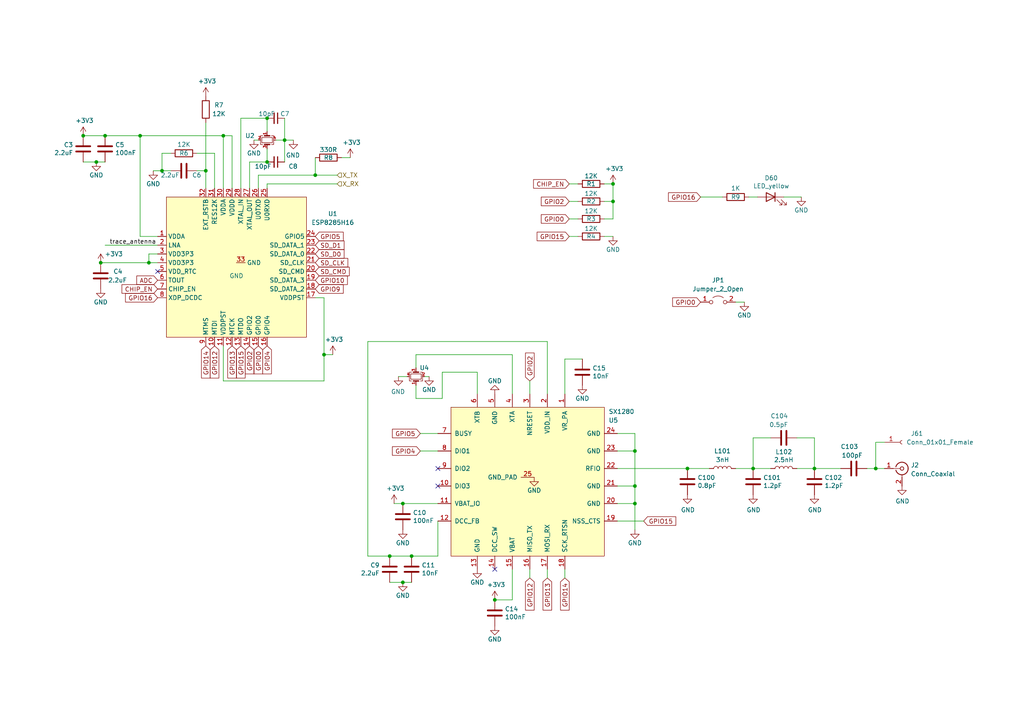
<source format=kicad_sch>
(kicad_sch (version 20211123) (generator eeschema)
  (paper "A4")
  (title_block (title "spin-tgd-control") (date "2022-05-12") (rev "V2.0.0") (company "Team Alfredo"))
  (lib_symbols
    (symbol "AlfredoSymbols:ESP8285H16"
      (property "Reference" "U" (at 13.97 24.13 0))
      (property "Value" "ESP8285H16" (at 19.05 21.59 0))
      (symbol "ESP8285H16_0_1"
        (rectangle (start -20.32 20.32) (end 20.32 -20.32) (fill (type background)))
      )
      (symbol "ESP8285H16_1_1"
        (pin input line (at -22.86 8.89 0) (length 2.54) (name "VDDA") (number "1"))
        (pin input line (at -6.35 -22.86 90) (length 2.54) (name "MTDI") (number "10"))
        (pin input line (at -3.81 -22.86 90) (length 2.54) (name "VDDPST") (number "11"))
        (pin input line (at -1.27 -22.86 90) (length 2.54) (name "MTCK") (number "12"))
        (pin input line (at 1.27 -22.86 90) (length 2.54) (name "MTDO") (number "13"))
        (pin input line (at 3.81 -22.86 90) (length 2.54) (name "GPIO2") (number "14"))
        (pin input line (at 6.35 -22.86 90) (length 2.54) (name "GPIO0") (number "15"))
        (pin input line (at 8.89 -22.86 90) (length 2.54) (name "GPIO4") (number "16"))
        (pin input line (at 22.86 -8.89 180) (length 2.54) (name "VDDPST") (number "17"))
        (pin input line (at 22.86 -6.35 180) (length 2.54) (name "SD_DATA_2") (number "18"))
        (pin input line (at 22.86 -3.81 180) (length 2.54) (name "SD_DATA_3") (number "19"))
        (pin input line (at -22.86 6.35 0) (length 2.54) (name "LNA") (number "2"))
        (pin input line (at 22.86 -1.27 180) (length 2.54) (name "SD_CMD") (number "20"))
        (pin input line (at 22.86 1.27 180) (length 2.54) (name "SD_CLK") (number "21"))
        (pin input line (at 22.86 3.81 180) (length 2.54) (name "SD_DATA_0") (number "22"))
        (pin input line (at 22.86 6.35 180) (length 2.54) (name "SD_DATA_1") (number "23"))
        (pin input line (at 22.86 8.89 180) (length 2.54) (name "GPIO5") (number "24"))
        (pin input line (at 8.89 22.86 270) (length 2.54) (name "U0RXD") (number "25"))
        (pin input line (at 6.35 22.86 270) (length 2.54) (name "U0TXD") (number "26"))
        (pin input line (at 3.81 22.86 270) (length 2.54) (name "XTAL_OUT") (number "27"))
        (pin input line (at 1.27 22.86 270) (length 2.54) (name "XTAL_IN") (number "28"))
        (pin input line (at -1.27 22.86 270) (length 2.54) (name "VDDD") (number "29"))
        (pin input line (at -22.86 3.81 0) (length 2.54) (name "VDD3P3") (number "3"))
        (pin input line (at -3.81 22.86 270) (length 2.54) (name "VDDA") (number "30"))
        (pin input line (at -6.35 22.86 270) (length 2.54) (name "RES12K") (number "31"))
        (pin input line (at -8.89 22.86 270) (length 2.54) (name "EXT_RSTB") (number "32"))
        (pin input line (at 0 1.27 0) (length 2.54) (name "GND") (number "33"))
        (pin input line (at -22.86 1.27 0) (length 2.54) (name "VDD3P3") (number "4"))
        (pin input line (at -22.86 -1.27 0) (length 2.54) (name "VDD_RTC") (number "5"))
        (pin input line (at -22.86 -3.81 0) (length 2.54) (name "TOUT") (number "6"))
        (pin input line (at -22.86 -6.35 0) (length 2.54) (name "CHIP_EN") (number "7"))
        (pin input line (at -22.86 -8.89 0) (length 2.54) (name "XDP_DCDC") (number "8"))
        (pin input line (at -8.89 -22.86 90) (length 2.54) (name "MTMS") (number "9"))
      )
    )
    (symbol "AlfredoSymbols:SX1280" (pin_names (offset 1.016))
      (property "Reference" "U" (at 19.05 21.59 0))
      (property "Value" "SX1280" (at 19.05 24.13 0))
      (symbol "SX1280_0_1"
        (rectangle (start -20.32 20.32) (end 24.13 -22.86) (fill (type background)))
      )
      (symbol "SX1280_1_1"
        (pin output line (at 12.7 24.13 270) (length 3.81) (name "VR_PA") (number "1"))
        (pin bidirectional line (at -24.13 -2.54 0) (length 3.81) (name "DIO3") (number "10"))
        (pin bidirectional line (at -24.13 -7.62 0) (length 3.81) (name "VBAT_IO") (number "11"))
        (pin bidirectional line (at -24.13 -12.7 0) (length 3.81) (name "DCC_FB") (number "12"))
        (pin bidirectional line (at -12.7 -26.67 90) (length 3.81) (name "GND") (number "13"))
        (pin power_in line (at -7.62 -26.67 90) (length 3.81) (name "DCC_SW") (number "14"))
        (pin power_in line (at -2.54 -26.67 90) (length 3.81) (name "VBAT") (number "15"))
        (pin input line (at 2.54 -26.67 90) (length 3.81) (name "MISO_TX") (number "16"))
        (pin output line (at 7.62 -26.67 90) (length 3.81) (name "MOSI_RX") (number "17"))
        (pin input line (at 12.7 -26.67 90) (length 3.81) (name "SCK_RTSN") (number "18"))
        (pin input line (at 27.94 -12.7 180) (length 3.81) (name "NSS_CTS") (number "19"))
        (pin power_in line (at 7.62 24.13 270) (length 3.81) (name "VDD_IN") (number "2"))
        (pin output line (at 27.94 -7.62 180) (length 3.81) (name "GND") (number "20"))
        (pin output line (at 27.94 -2.54 180) (length 3.81) (name "GND") (number "21"))
        (pin input line (at 27.94 2.54 180) (length 3.81) (name "RFIO") (number "22"))
        (pin power_in line (at 27.94 7.62 180) (length 3.81) (name "GND") (number "23"))
        (pin power_in line (at 27.94 12.7 180) (length 3.81) (name "GND") (number "24"))
        (pin power_in line (at 3.81 0 180) (length 3.81) (name "GND_PAD") (number "25"))
        (pin power_in line (at 2.54 24.13 270) (length 3.81) (name "NRESET") (number "3"))
        (pin power_in line (at -2.54 24.13 270) (length 3.81) (name "XTA") (number "4"))
        (pin bidirectional line (at -7.62 24.13 270) (length 3.81) (name "GND") (number "5"))
        (pin bidirectional line (at -12.7 24.13 270) (length 3.81) (name "XTB") (number "6"))
        (pin input line (at -24.13 12.7 0) (length 3.81) (name "BUSY") (number "7"))
        (pin bidirectional line (at -24.13 7.62 0) (length 3.81) (name "DIO1") (number "8"))
        (pin bidirectional line (at -24.13 2.54 0) (length 3.81) (name "DIO2") (number "9"))
      )
    )
    (symbol "Connector:Conn_01x01_Female" (pin_names (offset 1.016) hide)
      (property "Reference" "J" (at 0 2.54 0))
      (property "Value" "Conn_01x01_Female" (at 0 -2.54 0))
      (symbol "Conn_01x01_Female_1_1"
        (polyline (pts (xy -1.27 0) (xy -0.508 0)) (stroke (width 0.1524)))
        (arc (start 0 0.508) (mid -0.508 0) (end 0 -0.508) (stroke (width 0.1524)))
        (pin passive line (at -5.08 0 0) (length 3.81) (name "Pin_1") (number "1"))
      )
    )
    (symbol "Connector:Conn_Coaxial" (pin_names (offset 1.016) hide)
      (property "Reference" "J" (at 0.254 3.048 0))
      (property "Value" "Conn_Coaxial" (at 2.921 0 90))
      (symbol "Conn_Coaxial_0_1"
        (arc (start -1.778 -0.508) (mid 0.2311 -1.8066) (end 1.778 0) (stroke (width 0.254)))
        (polyline (pts (xy -2.54 0) (xy -0.508 0)))
        (polyline (pts (xy 0 -2.54) (xy 0 -1.778)))
        (circle (center 0 0) (radius 0.508) (stroke (width 0.2032)))
        (arc (start 1.778 0) (mid 0.2099 1.8101) (end -1.778 0.508) (stroke (width 0.254)))
      )
      (symbol "Conn_Coaxial_1_1"
        (pin passive line (at -5.08 0 0) (length 2.54) (name "In") (number "1"))
        (pin passive line (at 0 -5.08 90) (length 2.54) (name "Ext") (number "2"))
      )
    )
    (symbol "Device:C" (pin_numbers hide) (pin_names (offset 0.254))
      (property "Reference" "C" (at 0.635 2.54 0))
      (property "Value" "C" (at 0.635 -2.54 0))
      (symbol "C_0_1"
        (polyline (pts (xy -2.032 -0.762) (xy 2.032 -0.762)) (stroke (width 0.508)))
        (polyline (pts (xy -2.032 0.762) (xy 2.032 0.762)) (stroke (width 0.508)))
      )
      (symbol "C_1_1"
        (pin passive line (at 0 3.81 270) (length 2.794) (name "~") (number "1"))
        (pin passive line (at 0 -3.81 90) (length 2.794) (name "~") (number "2"))
      )
    )
    (symbol "Device:C_Small" (pin_numbers hide) (pin_names (offset 0.254) hide)
      (property "Reference" "C" (at 0.254 1.778 0))
      (property "Value" "C_Small" (at 0.254 -2.032 0))
      (symbol "C_Small_0_1"
        (polyline (pts (xy -1.524 -0.508) (xy 1.524 -0.508)) (stroke (width 0.3302)))
        (polyline (pts (xy -1.524 0.508) (xy 1.524 0.508)) (stroke (width 0.3048)))
      )
      (symbol "C_Small_1_1"
        (pin passive line (at 0 2.54 270) (length 2.032) (name "~") (number "1"))
        (pin passive line (at 0 -2.54 90) (length 2.032) (name "~") (number "2"))
      )
    )
    (symbol "Device:Crystal_GND24_Small" (pin_names (offset 1.016) hide)
      (property "Reference" "Y" (at 1.27 4.445 0))
      (property "Value" "Crystal_GND24_Small" (at 1.27 2.54 0))
      (symbol "Crystal_GND24_Small_0_1"
        (rectangle (start -0.762 -1.524) (end 0.762 1.524))
        (polyline (pts (xy -1.27 -0.762) (xy -1.27 0.762)) (stroke (width 0.381)))
        (polyline (pts (xy 1.27 -0.762) (xy 1.27 0.762)) (stroke (width 0.381)))
        (polyline (pts (xy -1.27 -1.27) (xy -1.27 -1.905) (xy 1.27 -1.905) (xy 1.27 -1.27)))
        (polyline (pts (xy -1.27 1.27) (xy -1.27 1.905) (xy 1.27 1.905) (xy 1.27 1.27)))
      )
      (symbol "Crystal_GND24_Small_1_1"
        (pin passive line (at -2.54 0 0) (length 1.27) (name "1") (number "1"))
        (pin passive line (at 0 -2.54 90) (length 0.635) (name "2") (number "2"))
        (pin passive line (at 2.54 0 180) (length 1.27) (name "3") (number "3"))
        (pin passive line (at 0 2.54 270) (length 0.635) (name "4") (number "4"))
      )
    )
    (symbol "Device:L" (pin_numbers hide) (pin_names (offset 1.016) hide)
      (property "Reference" "L" (at -1.27 0 90))
      (property "Value" "L" (at 1.905 0 90))
      (symbol "L_0_1"
        (arc (start 0 -2.54) (mid 0.635 -1.905) (end 0 -1.27))
        (arc (start 0 -1.27) (mid 0.635 -0.635) (end 0 0))
        (arc (start 0 0) (mid 0.635 0.635) (end 0 1.27))
        (arc (start 0 1.27) (mid 0.635 1.905) (end 0 2.54))
      )
      (symbol "L_1_1"
        (pin passive line (at 0 3.81 270) (length 1.27) (name "1") (number "1"))
        (pin passive line (at 0 -3.81 90) (length 1.27) (name "2") (number "2"))
      )
    )
    (symbol "Device:LED" (pin_numbers hide) (pin_names (offset 1.016) hide)
      (property "Reference" "D" (at 0 2.54 0))
      (property "Value" "LED" (at 0 -2.54 0))
      (symbol "LED_0_1"
        (polyline (pts (xy -1.27 -1.27) (xy -1.27 1.27)) (stroke (width 0.254)))
        (polyline (pts (xy -1.27 0) (xy 1.27 0)))
        (polyline (pts (xy 1.27 -1.27) (xy 1.27 1.27) (xy -1.27 0) (xy 1.27 -1.27)) (stroke (width 0.254)))
        (polyline (pts (xy -3.048 -0.762) (xy -4.572 -2.286) (xy -3.81 -2.286) (xy -4.572 -2.286) (xy -4.572 -1.524)))
        (polyline (pts (xy -1.778 -0.762) (xy -3.302 -2.286) (xy -2.54 -2.286) (xy -3.302 -2.286) (xy -3.302 -1.524)))
      )
      (symbol "LED_1_1"
        (pin passive line (at -3.81 0 0) (length 2.54) (name "K") (number "1"))
        (pin passive line (at 3.81 0 180) (length 2.54) (name "A") (number "2"))
      )
    )
    (symbol "Device:R" (pin_numbers hide) (pin_names (offset 0))
      (property "Reference" "R" (at 2.032 0 90))
      (property "Value" "R" (at 0 0 90))
      (symbol "R_0_1"
        (rectangle (start -1.016 -2.54) (end 1.016 2.54) (stroke (width 0.254)))
      )
      (symbol "R_1_1"
        (pin passive line (at 0 3.81 270) (length 1.27) (name "~") (number "1"))
        (pin passive line (at 0 -3.81 90) (length 1.27) (name "~") (number "2"))
      )
    )
    (symbol "Jumper:Jumper_2_Open" (pin_names (offset 0) hide)
      (property "Reference" "JP" (at 0 2.794 0))
      (property "Value" "Jumper_2_Open" (at 0 -2.286 0))
      (symbol "Jumper_2_Open_0_0"
        (circle (center -2.032 0) (radius 0.508))
        (circle (center 2.032 0) (radius 0.508))
      )
      (symbol "Jumper_2_Open_0_1"
        (arc (start 1.524 1.27) (mid 0 1.778) (end -1.524 1.27))
      )
      (symbol "Jumper_2_Open_1_1"
        (pin passive line (at -5.08 0 0) (length 2.54) (name "A") (number "1"))
        (pin passive line (at 5.08 0 180) (length 2.54) (name "B") (number "2"))
      )
    )
    (symbol "power:+3V3" (power) (pin_names (offset 0))
      (property "Value" "+3V3" (at 0 3.556 0))
      (symbol "+3V3_0_1"
        (polyline (pts (xy -0.762 1.27) (xy 0 2.54)))
        (polyline (pts (xy 0 0) (xy 0 2.54)))
        (polyline (pts (xy 0 2.54) (xy 0.762 1.27)))
      )
      (symbol "+3V3_1_1"
        (pin power_in line (at 0 0 90) (length 0) hide (name "+3V3") (number "1"))
      )
    )
    (symbol "power:GND" (power) (pin_names (offset 0))
      (property "Value" "GND" (at 0 -3.81 0))
      (symbol "GND_0_1"
        (polyline (pts (xy 0 0) (xy 0 -1.27) (xy 1.27 -1.27) (xy 0 -2.54) (xy -1.27 -1.27) (xy 0 -1.27)))
      )
      (symbol "GND_1_1"
        (pin power_in line (at 0 0 270) (length 0) hide (name "GND") (number "1"))
      )
    )
  )
  (junction (at 40.64 39.37))
  (junction (at 93.98 102.87))
  (junction (at 30.48 39.37))
  (junction (at 24.13 39.37))
  (junction (at 119.38 161.29))
  (junction (at 59.69 49.53))
  (junction (at 116.84 146.05))
  (junction (at 64.77 39.37))
  (junction (at 27.94 46.99))
  (junction (at 236.22 135.89))
  (junction (at 46.99 49.53))
  (junction (at 177.8 53.34))
  (junction (at 199.39 135.89))
  (junction (at 218.44 135.89))
  (junction (at 254 135.89))
  (junction (at 184.15 140.97))
  (junction (at 113.03 161.29))
  (junction (at 29.21 76.2))
  (junction (at 143.51 173.99))
  (junction (at 91.44 50.8))
  (junction (at 77.47 46.99))
  (junction (at 82.55 40.64))
  (junction (at 116.84 168.91))
  (junction (at 43.18 76.2))
  (junction (at 177.8 58.42))
  (junction (at 184.15 146.05))
  (junction (at 77.47 34.29))
  (junction (at 184.15 130.81))
  (no_connect (at 45.72 78.74))
  (no_connect (at 143.51 165.1))
  (no_connect (at 127 140.97))
  (no_connect (at 127 135.89))
  (wire (pts (xy 148.59 114.3) (xy 148.59 102.87)))
  (wire (pts (xy 184.15 130.81) (xy 184.15 125.73)))
  (wire (pts (xy 57.15 44.45) (xy 62.23 44.45)))
  (wire (pts (xy 57.15 49.53) (xy 59.69 49.53)))
  (wire (pts (xy 91.44 45.72) (xy 91.44 50.8)))
  (wire (pts (xy 106.68 161.29) (xy 113.03 161.29)))
  (wire (pts (xy 175.26 58.42) (xy 177.8 58.42)))
  (wire (pts (xy 254 135.89) (xy 256.54 135.89)))
  (wire (pts (xy 179.07 140.97) (xy 184.15 140.97)))
  (wire (pts (xy 179.07 135.89) (xy 199.39 135.89)))
  (wire (pts (xy 179.07 146.05) (xy 184.15 146.05)))
  (wire (pts (xy 69.85 34.29) (xy 77.47 34.29)))
  (wire (pts (xy 128.27 107.95) (xy 138.43 107.95)))
  (wire (pts (xy 179.07 130.81) (xy 184.15 130.81)))
  (wire (pts (xy 72.39 46.99) (xy 72.39 54.61)))
  (wire (pts (xy 163.83 165.1) (xy 163.83 167.64)))
  (wire (pts (xy 97.79 50.8) (xy 91.44 50.8)))
  (wire (pts (xy 46.99 44.45) (xy 49.53 44.45)))
  (wire (pts (xy 99.06 45.72) (xy 101.6 45.72)))
  (wire (pts (xy 184.15 125.73) (xy 179.07 125.73)))
  (wire (pts (xy 43.18 76.2) (xy 43.18 73.66)))
  (wire (pts (xy 27.94 46.99) (xy 30.48 46.99)))
  (wire (pts (xy 236.22 135.89) (xy 243.84 135.89)))
  (wire (pts (xy 59.69 35.56) (xy 59.69 49.53)))
  (wire (pts (xy 199.39 135.89) (xy 205.74 135.89)))
  (wire (pts (xy 231.14 135.89) (xy 236.22 135.89)))
  (wire (pts (xy 45.72 68.58) (xy 40.64 68.58)))
  (wire (pts (xy 121.92 125.73) (xy 127 125.73)))
  (wire (pts (xy 64.77 110.49) (xy 93.98 110.49)))
  (wire (pts (xy 46.99 44.45) (xy 46.99 49.53)))
  (wire (pts (xy 218.44 135.89) (xy 223.52 135.89)))
  (wire (pts (xy 30.48 71.12) (xy 45.72 71.12)))
  (wire (pts (xy 138.43 107.95) (xy 138.43 114.3)))
  (wire (pts (xy 115.57 109.22) (xy 118.11 109.22)))
  (wire (pts (xy 153.67 110.49) (xy 153.67 114.3)))
  (wire (pts (xy 148.59 102.87) (xy 120.65 102.87)))
  (wire (pts (xy 82.55 34.29) (xy 82.55 40.64)))
  (wire (pts (xy 106.68 161.29) (xy 106.68 99.06)))
  (wire (pts (xy 74.93 50.8) (xy 74.93 54.61)))
  (wire (pts (xy 73.66 40.64) (xy 74.93 40.64)))
  (wire (pts (xy 128.27 115.57) (xy 128.27 107.95)))
  (wire (pts (xy 213.36 135.89) (xy 218.44 135.89)))
  (wire (pts (xy 223.52 127) (xy 218.44 127)))
  (wire (pts (xy 116.84 146.05) (xy 127 146.05)))
  (wire (pts (xy 177.8 53.34) (xy 177.8 58.42)))
  (wire (pts (xy 128.27 115.57) (xy 120.65 115.57)))
  (wire (pts (xy 121.92 130.81) (xy 127 130.81)))
  (wire (pts (xy 43.18 73.66) (xy 45.72 73.66)))
  (wire (pts (xy 120.65 115.57) (xy 120.65 111.76)))
  (wire (pts (xy 77.47 43.18) (xy 77.47 46.99)))
  (wire (pts (xy 93.98 102.87) (xy 96.52 102.87)))
  (wire (pts (xy 163.83 104.14) (xy 168.91 104.14)))
  (wire (pts (xy 116.84 168.91) (xy 119.38 168.91)))
  (wire (pts (xy 77.47 34.29) (xy 77.47 38.1)))
  (wire (pts (xy 49.53 49.53) (xy 46.99 49.53)))
  (wire (pts (xy 106.68 99.06) (xy 158.75 99.06)))
  (wire (pts (xy 177.8 58.42) (xy 177.8 63.5)))
  (wire (pts (xy 236.22 135.89) (xy 236.22 127)))
  (wire (pts (xy 148.59 173.99) (xy 148.59 165.1)))
  (wire (pts (xy 82.55 40.64) (xy 85.09 40.64)))
  (wire (pts (xy 80.01 40.64) (xy 82.55 40.64)))
  (wire (pts (xy 124.46 109.22) (xy 123.19 109.22)))
  (wire (pts (xy 44.45 49.53) (xy 46.99 49.53)))
  (wire (pts (xy 64.77 39.37) (xy 64.77 54.61)))
  (wire (pts (xy 113.03 161.29) (xy 119.38 161.29)))
  (wire (pts (xy 165.1 68.58) (xy 167.64 68.58)))
  (wire (pts (xy 184.15 146.05) (xy 184.15 140.97)))
  (wire (pts (xy 62.23 44.45) (xy 62.23 54.61)))
  (wire (pts (xy 153.67 165.1) (xy 153.67 167.64)))
  (wire (pts (xy 93.98 86.36) (xy 91.44 86.36)))
  (wire (pts (xy 165.1 53.34) (xy 167.64 53.34)))
  (wire (pts (xy 236.22 127) (xy 231.14 127)))
  (wire (pts (xy 30.48 39.37) (xy 40.64 39.37)))
  (wire (pts (xy 175.26 53.34) (xy 177.8 53.34)))
  (wire (pts (xy 40.64 68.58) (xy 40.64 39.37)))
  (wire (pts (xy 77.47 46.99) (xy 72.39 46.99)))
  (wire (pts (xy 29.21 76.2) (xy 43.18 76.2)))
  (wire (pts (xy 254 128.27) (xy 256.54 128.27)))
  (wire (pts (xy 158.75 99.06) (xy 158.75 114.3)))
  (wire (pts (xy 69.85 34.29) (xy 69.85 54.61)))
  (wire (pts (xy 82.55 40.64) (xy 82.55 46.99)))
  (wire (pts (xy 120.65 106.68) (xy 120.65 102.87)))
  (wire (pts (xy 179.07 151.13) (xy 186.69 151.13)))
  (wire (pts (xy 217.17 57.15) (xy 219.71 57.15)))
  (wire (pts (xy 127 151.13) (xy 127 161.29)))
  (wire (pts (xy 40.64 39.37) (xy 64.77 39.37)))
  (wire (pts (xy 165.1 63.5) (xy 167.64 63.5)))
  (wire (pts (xy 64.77 100.33) (xy 64.77 110.49)))
  (wire (pts (xy 119.38 161.29) (xy 127 161.29)))
  (wire (pts (xy 24.13 39.37) (xy 30.48 39.37)))
  (wire (pts (xy 158.75 165.1) (xy 158.75 167.64)))
  (wire (pts (xy 59.69 49.53) (xy 59.69 54.61)))
  (wire (pts (xy 77.47 53.34) (xy 97.79 53.34)))
  (wire (pts (xy 251.46 135.89) (xy 254 135.89)))
  (wire (pts (xy 93.98 102.87) (xy 93.98 86.36)))
  (wire (pts (xy 91.44 50.8) (xy 74.93 50.8)))
  (wire (pts (xy 184.15 140.97) (xy 184.15 130.81)))
  (wire (pts (xy 143.51 173.99) (xy 148.59 173.99)))
  (wire (pts (xy 184.15 153.67) (xy 184.15 146.05)))
  (wire (pts (xy 64.77 39.37) (xy 67.31 39.37)))
  (wire (pts (xy 67.31 54.61) (xy 67.31 39.37)))
  (wire (pts (xy 45.72 76.2) (xy 43.18 76.2)))
  (wire (pts (xy 93.98 110.49) (xy 93.98 102.87)))
  (wire (pts (xy 218.44 127) (xy 218.44 135.89)))
  (wire (pts (xy 114.3 146.05) (xy 116.84 146.05)))
  (wire (pts (xy 203.2 57.15) (xy 209.55 57.15)))
  (wire (pts (xy 227.33 57.15) (xy 232.41 57.15)))
  (wire (pts (xy 77.47 54.61) (xy 77.47 53.34)))
  (wire (pts (xy 254 135.89) (xy 254 128.27)))
  (wire (pts (xy 175.26 68.58) (xy 177.8 68.58)))
  (wire (pts (xy 213.36 87.63) (xy 215.9 87.63)))
  (wire (pts (xy 24.13 46.99) (xy 27.94 46.99)))
  (wire (pts (xy 113.03 168.91) (xy 116.84 168.91)))
  (wire (pts (xy 163.83 114.3) (xy 163.83 104.14)))
  (wire (pts (xy 175.26 63.5) (xy 177.8 63.5)))
  (wire (pts (xy 165.1 58.42) (xy 167.64 58.42)))
  (label "trace_antenna" (at 31.75 71.12 0))
  (global_label "GPIO5" (shape input) (at 121.92 125.73 180) (property "Intersheet References" "${INTERSHEET_REFS}" (effects hide)))
  (global_label "GPIO0" (shape input) (at 74.93 100.33 270) (property "Intersheet References" "${INTERSHEET_REFS}" (effects hide)))
  (global_label "GPIO13" (shape input) (at 158.75 167.64 270) (property "Intersheet References" "${INTERSHEET_REFS}" (effects hide)))
  (global_label "ADC" (shape input) (at 45.72 81.28 180) (property "Intersheet References" "${INTERSHEET_REFS}" (effects hide)))
  (global_label "GPIO4" (shape input) (at 77.47 100.33 270) (property "Intersheet References" "${INTERSHEET_REFS}" (effects hide)))
  (global_label "CHIP_EN" (shape input) (at 45.72 83.82 180) (property "Intersheet References" "${INTERSHEET_REFS}" (effects hide)))
  (global_label "GPIO4" (shape input) (at 121.92 130.81 180) (property "Intersheet References" "${INTERSHEET_REFS}" (effects hide)))
  (global_label "GPIO12" (shape input) (at 153.67 167.64 270) (property "Intersheet References" "${INTERSHEET_REFS}" (effects hide)))
  (global_label "GPIO10" (shape input) (at 91.44 81.28 0) (property "Intersheet References" "${INTERSHEET_REFS}" (effects hide)))
  (global_label "GPIO2" (shape input) (at 165.1 58.42 180) (property "Intersheet References" "${INTERSHEET_REFS}" (effects hide)))
  (global_label "SD_CMD" (shape input) (at 91.44 78.74 0) (property "Intersheet References" "${INTERSHEET_REFS}" (effects hide)))
  (global_label "SD_D0" (shape input) (at 91.44 73.66 0) (property "Intersheet References" "${INTERSHEET_REFS}" (effects hide)))
  (global_label "CHIP_EN" (shape input) (at 165.1 53.34 180) (property "Intersheet References" "${INTERSHEET_REFS}" (effects hide)))
  (global_label "GPIO16" (shape input) (at 203.2 57.15 180) (property "Intersheet References" "${INTERSHEET_REFS}" (effects hide)))
  (global_label "GPIO15" (shape input) (at 69.85 100.33 270) (property "Intersheet References" "${INTERSHEET_REFS}" (effects hide)))
  (global_label "GPIO14" (shape input) (at 163.83 167.64 270) (property "Intersheet References" "${INTERSHEET_REFS}" (effects hide)))
  (global_label "GPIO2" (shape input) (at 153.67 110.49 90) (property "Intersheet References" "${INTERSHEET_REFS}" (effects hide)))
  (global_label "GPIO14" (shape input) (at 59.69 100.33 270) (property "Intersheet References" "${INTERSHEET_REFS}" (effects hide)))
  (global_label "GPIO16" (shape input) (at 45.72 86.36 180) (property "Intersheet References" "${INTERSHEET_REFS}" (effects hide)))
  (global_label "GPIO5" (shape input) (at 91.44 68.58 0) (property "Intersheet References" "${INTERSHEET_REFS}" (effects hide)))
  (global_label "GPIO2" (shape input) (at 72.39 100.33 270) (property "Intersheet References" "${INTERSHEET_REFS}" (effects hide)))
  (global_label "SD_D1" (shape input) (at 91.44 71.12 0) (property "Intersheet References" "${INTERSHEET_REFS}" (effects hide)))
  (global_label "GPIO0" (shape input) (at 165.1 63.5 180) (property "Intersheet References" "${INTERSHEET_REFS}" (effects hide)))
  (global_label "GPIO15" (shape input) (at 186.69 151.13 0) (property "Intersheet References" "${INTERSHEET_REFS}" (effects hide)))
  (global_label "SD_CLK" (shape input) (at 91.44 76.2 0) (property "Intersheet References" "${INTERSHEET_REFS}" (effects hide)))
  (global_label "GPIO9" (shape input) (at 91.44 83.82 0) (property "Intersheet References" "${INTERSHEET_REFS}" (effects hide)))
  (global_label "GPIO12" (shape input) (at 62.23 100.33 270) (property "Intersheet References" "${INTERSHEET_REFS}" (effects hide)))
  (global_label "GPIO13" (shape input) (at 67.31 100.33 270) (property "Intersheet References" "${INTERSHEET_REFS}" (effects hide)))
  (global_label "GPIO0" (shape input) (at 203.2 87.63 180) (property "Intersheet References" "${INTERSHEET_REFS}" (effects hide)))
  (global_label "GPIO15" (shape input) (at 165.1 68.58 180) (property "Intersheet References" "${INTERSHEET_REFS}" (effects hide)))
  (hierarchical_label "X_TX" (shape input) (at 97.79 50.8 0))
  (hierarchical_label "X_RX" (shape input) (at 97.79 53.34 0))
  (symbol (lib_id "power:GND") (at 73.66 40.64 0) (unit 1)
    (property "Reference" "#PWR0111" (effects hide))
    (property "Value" "GND" (at 73.66 44.45 0))
  )
  (symbol (lib_id "AlfredoSymbols:SX1280") (at 151.13 138.43 0) (unit 1)
    (property "Reference" "U5" (at 176.53 121.92 0) (effects (justify left)))
    (property "Value" "SX1280" (at 176.53 119.38 0) (effects (justify left)))
    (property "Footprint" "Package_DFN_QFN:QFN-24-1EP_4x4mm_P0.5mm_EP2.65x2.65mm" (effects hide))
    (property "Datasheet" "https://lcsc.com/product-detail/RF-Transceiver-ICs_SEMTECH-SX1280IMLTRT_C125969.html" (effects hide))
    (property "LCSC" "C125969" (effects hide))
  )
  (symbol (lib_id "Device:R") (at 171.45 53.34 90) (mirror x) (unit 1)
    (property "Reference" "R1" (at 171.45 53.34 90))
    (property "Value" "12K" (at 171.45 51.054 90))
    (property "Footprint" "Resistor_SMD:R_0603_1608Metric_Pad0.98x0.95mm_HandSolder" (effects hide))
    (property "Datasheet" "https://lcsc.com/product-detail/Chip-Resistor---Surface-Mount_UNI-ROYALUniroyal-Elec-UNI-ROYALUniroyal-Elec-0402WGF1001TCE_C11702.html" (effects hide))
    (property "LCSC" "C11702" (effects hide))
  )
  (symbol (lib_id "Device:C") (at 116.84 149.86 0) (unit 1)
    (property "Reference" "C10" (at 119.761 148.6916 0) (effects (justify left)))
    (property "Value" "100nF" (at 119.761 151.003 0) (effects (justify left)))
    (property "Footprint" "Capacitor_SMD:C_0603_1608Metric" (effects hide))
    (property "Datasheet" "https://lcsc.com/product-detail/Multilayer-Ceramic-Capacitors-MLCC---SMD-SMT_Samsung-Electro-Mechanics-Samsung-Electro-Mechanics-CL05B104KB54PNC_C307331.html" (effects hide))
    (property "LCSC" "C307331" (effects hide))
  )
  (symbol (lib_id "power:+3V3") (at 143.51 173.99 0) (unit 1)
    (property "Reference" "#PWR0131" (effects hide))
    (property "Value" "+3V3" (at 143.891 169.5958 0))
  )
  (symbol (lib_id "power:GND") (at 116.84 168.91 0) (unit 1)
    (property "Reference" "#PWR0135" (effects hide))
    (property "Value" "GND" (at 116.84 172.72 0))
  )
  (symbol (lib_id "power:GND") (at 232.41 57.15 0) (unit 1)
    (property "Reference" "#PWR0118" (effects hide))
    (property "Value" "GND" (at 232.41 60.96 0))
  )
  (symbol (lib_id "power:GND") (at 215.9 87.63 0) (unit 1)
    (property "Reference" "#PWR0116" (effects hide))
    (property "Value" "GND" (at 215.9 91.44 0))
  )
  (symbol (lib_id "Device:R") (at 53.34 44.45 90) (mirror x) (unit 1)
    (property "Reference" "R6" (at 53.34 44.45 90))
    (property "Value" "12K" (at 53.34 41.91 90))
    (property "Footprint" "Resistor_SMD:R_0603_1608Metric_Pad0.98x0.95mm_HandSolder" (effects hide))
    (property "Datasheet" "https://lcsc.com/product-detail/Chip-Resistor---Surface-Mount_UNI-ROYALUniroyal-Elec-UNI-ROYALUniroyal-Elec-0402WGF1001TCE_C11702.html" (effects hide))
    (property "LCSC" "C11702" (effects hide))
  )
  (symbol (lib_id "power:GND") (at 115.57 109.22 0) (mirror y) (unit 1)
    (property "Reference" "#PWR0134" (effects hide))
    (property "Value" "GND" (at 115.443 113.6142 0))
  )
  (symbol (lib_id "Device:C") (at 24.13 43.18 0) (mirror y) (unit 1)
    (property "Reference" "C3" (at 21.209 42.0116 0) (effects (justify left)))
    (property "Value" "2.2uF" (at 21.209 44.323 0) (effects (justify left)))
    (property "Footprint" "Capacitor_SMD:C_0603_1608Metric" (effects hide))
    (property "Datasheet" "https://lcsc.com/product-detail/Multilayer-Ceramic-Capacitors-MLCC---SMD-SMT_Samsung-Electro-Mechanics-Samsung-Electro-Mechanics-CL05A225MQ5NSNC_C12530.html" (effects hide))
    (property "LCSC" "C12530" (effects hide))
  )
  (symbol (lib_id "power:GND") (at 236.22 143.51 0) (unit 1)
    (property "Reference" "#PWR0124" (effects hide))
    (property "Value" "GND" (at 236.347 147.9042 0))
  )
  (symbol (lib_id "Device:C") (at 119.38 165.1 0) (unit 1)
    (property "Reference" "C11" (at 122.301 163.9316 0) (effects (justify left)))
    (property "Value" "10nF" (at 122.301 166.243 0) (effects (justify left)))
    (property "Footprint" "Capacitor_SMD:C_0603_1608Metric" (effects hide))
    (property "Datasheet" "https://lcsc.com/product-detail/Multilayer-Ceramic-Capacitors-MLCC---SMD-SMT_Samsung-Electro-Mechanics-Samsung-Electro-Mechanics-CL05B103KB5NNNC_C15195.html" (effects hide))
    (property "LCSC" "C15195" (effects hide))
  )
  (symbol (lib_id "Device:C") (at 236.22 139.7 0) (unit 1)
    (property "Reference" "C102" (at 239.141 138.5316 0) (effects (justify left)))
    (property "Value" "1.2pF" (at 239.141 140.843 0) (effects (justify left)))
    (property "Footprint" "Capacitor_SMD:C_0603_1608Metric" (effects hide))
    (property "Datasheet" "https://lcsc.com/product-detail/Multilayer-Ceramic-Capacitors-MLCC---SMD-SMT_EYANGShenzhen-Eyang-Tech-Development-EYANGShenzhen-Eyang-Tech-Development-C0402C0G1R2C500NTB_C115613.html" (effects hide))
    (property "LCSC" "C115613" (effects hide))
  )
  (symbol (lib_id "power:GND") (at 261.62 140.97 0) (unit 1)
    (property "Reference" "#PWR0126" (effects hide))
    (property "Value" "GND" (at 261.747 145.3642 0))
  )
  (symbol (lib_id "Device:C") (at 218.44 139.7 0) (unit 1)
    (property "Reference" "C101" (at 221.361 138.5316 0) (effects (justify left)))
    (property "Value" "1.2pF" (at 221.361 140.843 0) (effects (justify left)))
    (property "Footprint" "Capacitor_SMD:C_0603_1608Metric" (effects hide))
    (property "Datasheet" "https://lcsc.com/product-detail/Multilayer-Ceramic-Capacitors-MLCC---SMD-SMT_EYANGShenzhen-Eyang-Tech-Development-EYANGShenzhen-Eyang-Tech-Development-C0402C0G1R2C500NTB_C115613.html" (effects hide))
    (property "LCSC" "C115613" (effects hide))
  )
  (symbol (lib_id "power:GND") (at 68.58 76.2 0) (unit 1)
    (property "Reference" "#PWR0110" (effects hide))
    (property "Value" "GND" (at 68.58 80.01 0))
  )
  (symbol (lib_id "power:GND") (at 177.8 68.58 0) (unit 1)
    (property "Reference" "#PWR0102" (effects hide))
    (property "Value" "GND" (at 177.8 72.39 0))
  )
  (symbol (lib_id "power:+3V3") (at 59.69 27.94 0) (unit 1)
    (property "Reference" "#PWR0113" (effects hide))
    (property "Value" "+3V3" (at 60.071 23.5458 0))
  )
  (symbol (lib_id "Device:R") (at 95.25 45.72 90) (mirror x) (unit 1)
    (property "Reference" "R8" (at 95.25 45.72 90))
    (property "Value" "330R" (at 95.25 43.434 90))
    (property "Footprint" "Resistor_SMD:R_0603_1608Metric_Pad0.98x0.95mm_HandSolder" (effects hide))
    (property "Datasheet" "https://lcsc.com/product-detail/Chip-Resistor---Surface-Mount_UNI-ROYALUniroyal-Elec-UNI-ROYALUniroyal-Elec-0402WGF3300TCE_C25104.html" (effects hide))
    (property "LCSC" "C25104" (effects hide))
  )
  (symbol (lib_id "Device:L") (at 227.33 135.89 90) (unit 1)
    (property "Reference" "L102" (at 227.33 131.064 90))
    (property "Value" "2.5nH" (at 227.33 133.3754 90))
    (property "Footprint" "Inductor_SMD:L_0603_1608Metric" (effects hide))
    (property "Datasheet" "https://lcsc.com/product-detail/Inductors-SMD_Murata-Electronics-Murata-Electronics-LQW15AN2N5B00D_C237342.html" (effects hide))
    (property "LCSC" "C237342" (effects hide))
  )
  (symbol (lib_id "Device:R") (at 213.36 57.15 90) (unit 1)
    (property "Reference" "R9" (at 213.36 57.15 90))
    (property "Value" "1K" (at 213.36 54.61 90))
    (property "Footprint" "Resistor_SMD:R_0603_1608Metric_Pad0.98x0.95mm_HandSolder" (effects hide))
    (property "Datasheet" "https://lcsc.com/product-detail/Chip-Resistor---Surface-Mount_UNI-ROYALUniroyal-Elec-UNI-ROYALUniroyal-Elec-0402WGF1001TCE_C11702.html" (effects hide))
    (property "LCSC" "C11702" (effects hide))
  )
  (symbol (lib_id "Device:C") (at 247.65 135.89 90) (unit 1)
    (property "Reference" "C103" (at 248.92 129.54 90) (effects (justify left)))
    (property "Value" "100pF" (at 250.19 132.08 90) (effects (justify left)))
    (property "Footprint" "Capacitor_SMD:C_0603_1608Metric" (effects hide))
    (property "Datasheet" "https://lcsc.com/product-detail/Multilayer-Ceramic-Capacitors-MLCC---SMD-SMT_FH-Guangdong-Fenghua-Advanced-Tech-FH-Guangdong-Fenghua-Advanced-Tech-0402CG101J500NT_C1546.html" (effects hide))
    (property "LCSC" "C1546" (effects hide))
  )
  (symbol (lib_id "Device:LED") (at 223.52 57.15 0) (mirror y) (unit 1)
    (property "Reference" "D60" (at 223.6978 51.6382 0))
    (property "Value" "LED_yellow" (at 223.6978 53.9496 0))
    (property "Footprint" "LED_SMD:LED_0603_1608Metric" (effects hide))
    (property "Datasheet" "https://lcsc.com/product-detail/Light-Emitting-Diodes-LED_Everlight-Elec-Everlight-Elec-19-213-Y2C-CQ2R2L-3TCY_C72038.html" (effects hide))
    (property "LCSC" "C72038" (effects hide))
  )
  (symbol (lib_id "power:GND") (at 143.51 181.61 0) (unit 1)
    (property "Reference" "#PWR0130" (effects hide))
    (property "Value" "GND" (at 143.51 185.42 0))
  )
  (symbol (lib_id "Device:C") (at 168.91 107.95 0) (unit 1)
    (property "Reference" "C15" (at 171.831 106.7816 0) (effects (justify left)))
    (property "Value" "10nF" (at 171.831 109.093 0) (effects (justify left)))
    (property "Footprint" "Capacitor_SMD:C_0603_1608Metric" (effects hide))
    (property "Datasheet" "https://lcsc.com/product-detail/Multilayer-Ceramic-Capacitors-MLCC---SMD-SMT_Samsung-Electro-Mechanics-Samsung-Electro-Mechanics-CL05B103KB5NNNC_C15195.html" (effects hide))
    (property "LCSC" "C15195" (effects hide))
  )
  (symbol (lib_id "Device:C") (at 227.33 127 90) (unit 1)
    (property "Reference" "C104" (at 228.6 120.65 90) (effects (justify left)))
    (property "Value" "0.5pF" (at 228.6 123.19 90) (effects (justify left)))
    (property "Footprint" "Capacitor_SMD:C_0603_1608Metric" (effects hide))
    (property "Datasheet" "https://lcsc.com/product-detail/Multilayer-Ceramic-Capacitors-MLCC---SMD-SMT_Darfon-Elec-Darfon-Elec-C1005NP0508CGTS_C147327.html" (effects hide))
    (property "LCSC" "C147327" (effects hide))
  )
  (symbol (lib_id "Device:R") (at 171.45 68.58 90) (mirror x) (unit 1)
    (property "Reference" "R4" (at 171.45 68.58 90))
    (property "Value" "12K" (at 171.45 66.294 90))
    (property "Footprint" "Resistor_SMD:R_0603_1608Metric_Pad0.98x0.95mm_HandSolder" (effects hide))
    (property "Datasheet" "https://lcsc.com/product-detail/Chip-Resistor---Surface-Mount_UNI-ROYALUniroyal-Elec-UNI-ROYALUniroyal-Elec-0402WGF1001TCE_C11702.html" (effects hide))
    (property "LCSC" "C11702" (effects hide))
  )
  (symbol (lib_id "power:+3V3") (at 29.21 76.2 0) (unit 1)
    (property "Reference" "#PWR0107" (effects hide))
    (property "Value" "+3V3" (at 33.02 73.66 0))
  )
  (symbol (lib_id "Device:L") (at 209.55 135.89 90) (unit 1)
    (property "Reference" "L101" (at 209.55 130.81 90))
    (property "Value" "3nH" (at 209.55 133.35 90))
    (property "Footprint" "Inductor_SMD:L_0603_1608Metric" (effects hide))
    (property "Datasheet" "https://lcsc.com/product-detail/Inductors-SMD_TDK-TDK-MLG1005S3N0BT000_C275284.html" (effects hide))
    (property "LCSC" "C275284" (effects hide))
  )
  (symbol (lib_id "power:GND") (at 184.15 153.67 0) (unit 1)
    (property "Reference" "#PWR0129" (effects hide))
    (property "Value" "GND" (at 184.15 157.48 0))
  )
  (symbol (lib_id "Device:C") (at 113.03 165.1 0) (mirror y) (unit 1)
    (property "Reference" "C9" (at 110.109 163.9316 0) (effects (justify left)))
    (property "Value" "2.2uF" (at 110.109 166.243 0) (effects (justify left)))
    (property "Footprint" "Capacitor_SMD:C_0603_1608Metric" (effects hide))
    (property "Datasheet" "https://lcsc.com/product-detail/Multilayer-Ceramic-Capacitors-MLCC---SMD-SMT_Samsung-Electro-Mechanics-Samsung-Electro-Mechanics-CL05A225MQ5NSNC_C12530.html" (effects hide))
    (property "LCSC" "C12530" (effects hide))
  )
  (symbol (lib_id "power:GND") (at 199.39 143.51 0) (unit 1)
    (property "Reference" "#PWR0125" (effects hide))
    (property "Value" "GND" (at 199.517 147.9042 0))
  )
  (symbol (lib_id "power:+3V3") (at 177.8 53.34 0) (unit 1)
    (property "Reference" "#PWR0103" (effects hide))
    (property "Value" "+3V3" (at 178.181 48.9458 0))
  )
  (symbol (lib_id "power:GND") (at 44.45 49.53 0) (unit 1)
    (property "Reference" "#PWR0112" (effects hide))
    (property "Value" "GND" (at 44.45 53.34 0))
  )
  (symbol (lib_id "Device:C") (at 30.48 43.18 0) (unit 1)
    (property "Reference" "C5" (at 33.401 42.0116 0) (effects (justify left)))
    (property "Value" "100nF" (at 33.401 44.323 0) (effects (justify left)))
    (property "Footprint" "Capacitor_SMD:C_0603_1608Metric" (effects hide))
    (property "Datasheet" "https://lcsc.com/product-detail/Multilayer-Ceramic-Capacitors-MLCC---SMD-SMT_Samsung-Electro-Mechanics-Samsung-Electro-Mechanics-CL05B104KB54PNC_C307331.html" (effects hide))
    (property "LCSC" "C307331" (effects hide))
  )
  (symbol (lib_id "AlfredoSymbols:ESP8285H16") (at 68.58 77.47 0) (unit 1)
    (property "Reference" "U1" (at 96.52 62.0012 0))
    (property "Value" "ESP8285H16" (at 96.52 64.5412 0))
    (property "Footprint" "Package_DFN_QFN:QFN-32-1EP_5x5mm_P0.5mm_EP3.7x3.7mm" (effects hide))
    (property "Datasheet" "https://lcsc.com/product-detail/RF-Transceiver-ICs_Espressif-Systems-ESP8285H16_C967019.html" (effects hide))
    (property "LCSC" "C967019" (effects hide))
  )
  (symbol (lib_id "Device:C") (at 199.39 139.7 0) (unit 1)
    (property "Reference" "C100" (at 202.311 138.5316 0) (effects (justify left)))
    (property "Value" "0.8pF" (at 202.311 140.843 0) (effects (justify left)))
    (property "Footprint" "Capacitor_SMD:C_0603_1608Metric" (effects hide))
    (property "Datasheet" "https://lcsc.com/product-detail/Multilayer-Ceramic-Capacitors-MLCC---SMD-SMT_EYANGShenzhen-Eyang-Tech-Development-EYANGShenzhen-Eyang-Tech-Development-C0402C0G0R8C500NTB_C115605.html" (effects hide))
    (property "LCSC" "C115605" (effects hide))
  )
  (symbol (lib_id "Device:C") (at 29.21 80.01 0) (mirror y) (unit 1)
    (property "Reference" "C4" (at 35.56 78.74 0) (effects (justify left)))
    (property "Value" "2.2uF" (at 36.83 81.28 0) (effects (justify left)))
    (property "Footprint" "Capacitor_SMD:C_0603_1608Metric" (effects hide))
    (property "Datasheet" "https://lcsc.com/product-detail/Multilayer-Ceramic-Capacitors-MLCC---SMD-SMT_Samsung-Electro-Mechanics-Samsung-Electro-Mechanics-CL05A225MQ5NSNC_C12530.html" (effects hide))
    (property "LCSC" "C12530" (effects hide))
  )
  (symbol (lib_id "Device:C") (at 53.34 49.53 90) (mirror x) (unit 1)
    (property "Reference" "C6" (at 58.42 50.8 90) (effects (justify left)))
    (property "Value" "2.2uF" (at 52.07 50.8 90) (effects (justify left)))
    (property "Footprint" "Capacitor_SMD:C_0603_1608Metric" (effects hide))
    (property "Datasheet" "https://lcsc.com/product-detail/Multilayer-Ceramic-Capacitors-MLCC---SMD-SMT_Samsung-Electro-Mechanics-Samsung-Electro-Mechanics-CL05A225MQ5NSNC_C12530.html" (effects hide))
    (property "LCSC" "C12530" (effects hide))
  )
  (symbol (lib_id "Connector:Conn_Coaxial") (at 261.62 135.89 0) (unit 1)
    (property "Reference" "J2" (at 264.16 134.9131 0) (effects (justify left)))
    (property "Value" "Conn_Coaxial" (at 264.16 137.4531 0) (effects (justify left)))
    (property "Footprint" "Connector_Coaxial:U.FL_Hirose_U.FL-R-SMT-1_Vertical" (effects hide))
    (property "Datasheet" "https://lcsc.com/product-detail/RF-Connectors---Coaxial-Connectors_HRSHirose-HRSHirose-U.FL-R-SMT-110_C88373.html" (effects hide))
    (property "LCSC" "C88373" (effects hide))
  )
  (symbol (lib_id "power:+3V3") (at 114.3 146.05 0) (unit 1)
    (property "Reference" "#PWR0137" (effects hide))
    (property "Value" "+3V3" (at 114.681 141.6558 0))
  )
  (symbol (lib_id "power:GND") (at 29.21 83.82 0) (unit 1)
    (property "Reference" "#PWR0101" (effects hide))
    (property "Value" "GND" (at 29.21 87.63 0))
  )
  (symbol (lib_id "power:GND") (at 124.46 109.22 0) (unit 1)
    (property "Reference" "#PWR0132" (effects hide))
    (property "Value" "GND" (at 124.46 113.03 0))
  )
  (symbol (lib_id "power:+3V3") (at 101.6 45.72 0) (unit 1)
    (property "Reference" "#PWR0115" (effects hide))
    (property "Value" "+3V3" (at 101.981 41.3258 0))
  )
  (symbol (lib_id "power:GND") (at 138.43 165.1 0) (unit 1)
    (property "Reference" "#PWR0136" (effects hide))
    (property "Value" "GND" (at 138.43 168.91 0))
  )
  (symbol (lib_id "Device:R") (at 59.69 31.75 0) (mirror y) (unit 1)
    (property "Reference" "R7" (at 63.5 30.48 0))
    (property "Value" "12K" (at 63.5 33.02 0))
    (property "Footprint" "Resistor_SMD:R_0603_1608Metric_Pad0.98x0.95mm_HandSolder" (effects hide))
    (property "Datasheet" "https://www.lcsc.com/product-detail/Chip-Resistor---Surface-Mount_UNI-ROYALUniroyal-Elec-UNI-ROYALUniroyal-Elec-0402WGF1202TCE_C25752.html" (effects hide))
    (property "LCSC" "C25752" (effects hide))
  )
  (symbol (lib_id "power:GND") (at 143.51 114.3 180) (unit 1)
    (property "Reference" "#PWR0133" (effects hide))
    (property "Value" "GND" (at 143.51 110.49 0))
  )
  (symbol (lib_id "Device:C_Small") (at 80.01 34.29 270) (unit 1)
    (property "Reference" "C7" (at 81.28 33.02 90) (effects (justify left)))
    (property "Value" "10pF" (at 74.93 33.02 90) (effects (justify left)))
    (property "Footprint" "Capacitor_SMD:C_0603_1608Metric" (effects hide))
    (property "Datasheet" "https://lcsc.com/product-detail/Multilayer-Ceramic-Capacitors-MLCC---SMD-SMT_Samsung-Electro-Mechanics-Samsung-Electro-Mechanics-CL05C100JB5NNNC_C32949.html" (effects hide))
    (property "LCSC" "C32949" (effects hide))
  )
  (symbol (lib_id "power:GND") (at 218.44 143.51 0) (unit 1)
    (property "Reference" "#PWR0123" (effects hide))
    (property "Value" "GND" (at 218.567 147.9042 0))
  )
  (symbol (lib_id "Device:Crystal_GND24_Small") (at 120.65 109.22 90) (unit 1)
    (property "Reference" "U4" (at 124.46 106.68 90) (effects (justify left)))
    (property "Value" "Crystal_GND24" (effects hide))
    (property "Footprint" "Crystal:Crystal_SMD_2016-4Pin_2.0x1.6mm" (effects hide))
    (property "Datasheet" "https://lcsc.com/product-detail/Crystals_Seiko-Epson-Seiko-Epson-Q22FA12800519_C841202.html" (effects hide))
    (property "LCSC" "C841202" (effects hide))
  )
  (symbol (lib_id "Device:Crystal_GND24_Small") (at 77.47 40.64 270) (unit 1)
    (property "Reference" "U2" (at 71.12 39.37 90) (effects (justify left)))
    (property "Value" "Crystal_GND24" (effects hide))
    (property "Footprint" "Crystal:Crystal_SMD_3225-4Pin_3.2x2.5mm" (effects hide))
    (property "Datasheet" "https://www.lcsc.com/product-detail/Crystals_JGHC-JGHC-S2126000121080_C390789.html" (effects hide))
    (property "LCSC" "C390789" (effects hide))
  )
  (symbol (lib_id "power:+3V3") (at 24.13 39.37 0) (unit 1)
    (property "Reference" "#PWR0106" (effects hide))
    (property "Value" "+3V3" (at 24.511 34.9758 0))
  )
  (symbol (lib_id "Device:C") (at 143.51 177.8 0) (unit 1)
    (property "Reference" "C14" (at 146.431 176.6316 0) (effects (justify left)))
    (property "Value" "100nF" (at 146.431 178.943 0) (effects (justify left)))
    (property "Footprint" "Capacitor_SMD:C_0603_1608Metric" (effects hide))
    (property "Datasheet" "https://lcsc.com/product-detail/Multilayer-Ceramic-Capacitors-MLCC---SMD-SMT_Samsung-Electro-Mechanics-Samsung-Electro-Mechanics-CL05B104KB54PNC_C307331.html" (effects hide))
    (property "LCSC" "C307331" (effects hide))
  )
  (symbol (lib_id "power:GND") (at 116.84 153.67 0) (unit 1)
    (property "Reference" "#PWR0138" (effects hide))
    (property "Value" "GND" (at 116.84 157.48 0))
  )
  (symbol (lib_id "power:GND") (at 154.94 138.43 0) (unit 1)
    (property "Reference" "#PWR0128" (effects hide))
    (property "Value" "GND" (at 154.94 142.24 0))
  )
  (symbol (lib_id "Device:C_Small") (at 80.01 46.99 270) (mirror x) (unit 1)
    (property "Reference" "C8" (at 86.36 48.26 90) (effects (justify right)))
    (property "Value" "10pF" (at 78.74 48.26 90) (effects (justify right)))
    (property "Footprint" "Capacitor_SMD:C_0603_1608Metric" (effects hide))
    (property "Datasheet" "https://lcsc.com/product-detail/Multilayer-Ceramic-Capacitors-MLCC---SMD-SMT_Samsung-Electro-Mechanics-Samsung-Electro-Mechanics-CL05C100JB5NNNC_C32949.html" (effects hide))
    (property "LCSC" "C32949" (effects hide))
  )
  (symbol (lib_id "Connector:Conn_01x01_Female") (at 261.62 128.27 0) (unit 1)
    (property "Reference" "J61" (at 264.16 125.73 0) (effects (justify left)))
    (property "Value" "Conn_01x01_Female" (at 262.89 128.27 0) (effects (justify left)))
    (property "Footprint" "AlfredoFootprints:TGD-antenna-THT" (effects hide))
  )
  (symbol (lib_id "Device:R") (at 171.45 58.42 90) (mirror x) (unit 1)
    (property "Reference" "R2" (at 171.45 58.42 90))
    (property "Value" "12K" (at 171.45 56.134 90))
    (property "Footprint" "Resistor_SMD:R_0603_1608Metric_Pad0.98x0.95mm_HandSolder" (effects hide))
    (property "Datasheet" "https://lcsc.com/product-detail/Chip-Resistor---Surface-Mount_UNI-ROYALUniroyal-Elec-UNI-ROYALUniroyal-Elec-0402WGF1001TCE_C11702.html" (effects hide))
    (property "LCSC" "C11702" (effects hide))
  )
  (symbol (lib_id "Jumper:Jumper_2_Open") (at 208.28 87.63 0) (unit 1)
    (property "Reference" "JP1" (at 208.28 81.28 0))
    (property "Value" "Jumper_2_Open" (at 208.28 83.82 0))
    (property "Footprint" "Connector_PinSocket_2.54mm:PinSocket_1x02_P2.54mm_Vertical" (effects hide))
  )
  (symbol (lib_id "Device:R") (at 171.45 63.5 90) (mirror x) (unit 1)
    (property "Reference" "R3" (at 171.45 63.5 90))
    (property "Value" "12K" (at 171.45 61.214 90))
    (property "Footprint" "Resistor_SMD:R_0603_1608Metric_Pad0.98x0.95mm_HandSolder" (effects hide))
    (property "Datasheet" "https://lcsc.com/product-detail/Chip-Resistor---Surface-Mount_UNI-ROYALUniroyal-Elec-UNI-ROYALUniroyal-Elec-0402WGF1001TCE_C11702.html" (effects hide))
    (property "LCSC" "C11702" (effects hide))
  )
  (symbol (lib_id "power:GND") (at 168.91 111.76 0) (unit 1)
    (property "Reference" "#PWR0127" (effects hide))
    (property "Value" "GND" (at 168.91 115.57 0))
  )
  (symbol (lib_id "power:GND") (at 27.94 46.99 0) (unit 1)
    (property "Reference" "#PWR0108" (effects hide))
    (property "Value" "GND" (at 27.94 50.8 0))
  )
  (symbol (lib_id "power:+3V3") (at 96.52 102.87 0) (unit 1)
    (property "Reference" "#PWR0109" (effects hide))
    (property "Value" "+3V3" (at 96.901 98.4758 0))
  )
  (symbol (lib_id "power:GND") (at 85.09 40.64 0) (mirror y) (unit 1)
    (property "Reference" "#PWR0119" (effects hide))
    (property "Value" "GND" (at 84.963 45.0342 0))
  )
)
</source>
